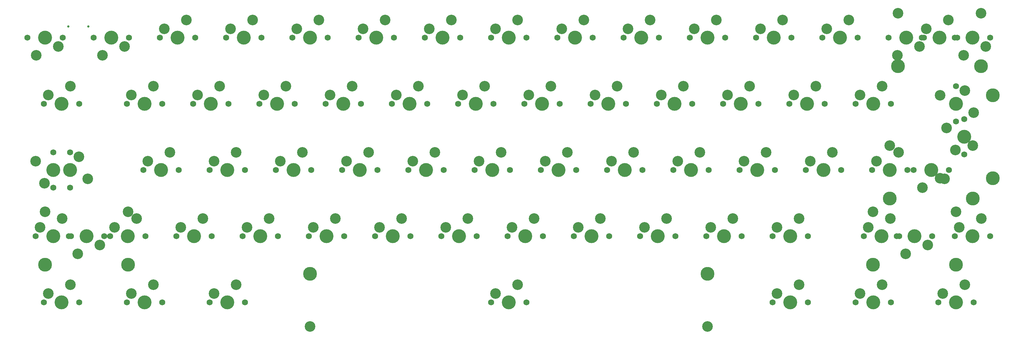
<source format=gbr>
%TF.GenerationSoftware,KiCad,Pcbnew,8.0.4*%
%TF.CreationDate,2024-09-09T16:00:10+08:00*%
%TF.ProjectId,PH60_Rev3,50483630-5f52-4657-9633-2e6b69636164,rev?*%
%TF.SameCoordinates,PX1b40518PY1b40518*%
%TF.FileFunction,NonPlated,1,2,NPTH,Drill*%
%TF.FilePolarity,Positive*%
%FSLAX46Y46*%
G04 Gerber Fmt 4.6, Leading zero omitted, Abs format (unit mm)*
G04 Created by KiCad (PCBNEW 8.0.4) date 2024-09-09 16:00:10*
%MOMM*%
%LPD*%
G01*
G04 APERTURE LIST*
%TA.AperFunction,ComponentDrill*%
%ADD10C,0.650000*%
%TD*%
%TA.AperFunction,ComponentDrill*%
%ADD11C,1.750000*%
%TD*%
%TA.AperFunction,ComponentDrill*%
%ADD12C,3.048000*%
%TD*%
%TA.AperFunction,ComponentDrill*%
%ADD13C,3.050000*%
%TD*%
%TA.AperFunction,ComponentDrill*%
%ADD14C,3.987800*%
%TD*%
%TA.AperFunction,ComponentDrill*%
%ADD15C,4.000000*%
%TD*%
G04 APERTURE END LIST*
D10*
%TO.C,J1*%
X16160000Y-6280000D03*
X21940000Y-6280000D03*
D11*
%TO.C,S1*%
X4445000Y-9525000D03*
%TO.C,S43*%
X6826250Y-66675000D03*
%TO.C,S15*%
X9207500Y-28575000D03*
%TO.C,S57*%
X9207500Y-85725000D03*
%TO.C,S29*%
X11906250Y-42545000D03*
X11906250Y-52705000D03*
%TO.C,S1*%
X14605000Y-9525000D03*
%TO.C,S43*%
X16351250Y-66675000D03*
%TO.C,S29*%
X16668750Y-42545000D03*
X16668750Y-52705000D03*
%TO.C,S43*%
X16986250Y-66675000D03*
%TO.C,S15*%
X19367500Y-28575000D03*
%TO.C,S57*%
X19367500Y-85725000D03*
%TO.C,S2*%
X23495000Y-9525000D03*
%TO.C,S43*%
X26511250Y-66675000D03*
%TO.C,S44*%
X28257500Y-66675000D03*
%TO.C,S16*%
X33020000Y-28575000D03*
%TO.C,S58*%
X33020000Y-85725000D03*
%TO.C,S2*%
X33655000Y-9525000D03*
%TO.C,S30*%
X37782500Y-47625000D03*
%TO.C,S44*%
X38417500Y-66675000D03*
%TO.C,S3*%
X42545000Y-9525000D03*
%TO.C,S16*%
X43180000Y-28575000D03*
%TO.C,S58*%
X43180000Y-85725000D03*
%TO.C,S45*%
X47307500Y-66675000D03*
%TO.C,S30*%
X47942500Y-47625000D03*
%TO.C,S17*%
X52070000Y-28575000D03*
%TO.C,S3*%
X52705000Y-9525000D03*
%TO.C,S31*%
X56832500Y-47625000D03*
%TO.C,S59*%
X56832500Y-85725000D03*
%TO.C,S45*%
X57467500Y-66675000D03*
%TO.C,S4*%
X61595000Y-9525000D03*
%TO.C,S17*%
X62230000Y-28575000D03*
%TO.C,S46*%
X66357500Y-66675000D03*
%TO.C,S31*%
X66992500Y-47625000D03*
%TO.C,S59*%
X66992500Y-85725000D03*
%TO.C,S18*%
X71120000Y-28575000D03*
%TO.C,S4*%
X71755000Y-9525000D03*
%TO.C,S32*%
X75882500Y-47625000D03*
%TO.C,S46*%
X76517500Y-66675000D03*
%TO.C,S5*%
X80645000Y-9525000D03*
%TO.C,S18*%
X81280000Y-28575000D03*
%TO.C,S47*%
X85407500Y-66675000D03*
%TO.C,S32*%
X86042500Y-47625000D03*
%TO.C,S19*%
X90170000Y-28575000D03*
%TO.C,S5*%
X90805000Y-9525000D03*
%TO.C,S33*%
X94932500Y-47625000D03*
%TO.C,S47*%
X95567500Y-66675000D03*
%TO.C,S6*%
X99695000Y-9525000D03*
%TO.C,S19*%
X100330000Y-28575000D03*
%TO.C,S48*%
X104457500Y-66675000D03*
%TO.C,S33*%
X105092500Y-47625000D03*
%TO.C,S20*%
X109220000Y-28575000D03*
%TO.C,S6*%
X109855000Y-9525000D03*
%TO.C,S34*%
X113982500Y-47625000D03*
%TO.C,S48*%
X114617500Y-66675000D03*
%TO.C,S7*%
X118745000Y-9525000D03*
%TO.C,S20*%
X119380000Y-28575000D03*
%TO.C,S49*%
X123507500Y-66675000D03*
%TO.C,S34*%
X124142500Y-47625000D03*
%TO.C,S21*%
X128270000Y-28575000D03*
%TO.C,S7*%
X128905000Y-9525000D03*
%TO.C,S35*%
X133032500Y-47625000D03*
%TO.C,S49*%
X133667500Y-66675000D03*
%TO.C,S8*%
X137795000Y-9525000D03*
%TO.C,S60*%
X137795000Y-85725000D03*
%TO.C,S21*%
X138430000Y-28575000D03*
%TO.C,S50*%
X142557500Y-66675000D03*
%TO.C,S35*%
X143192500Y-47625000D03*
%TO.C,S22*%
X147320000Y-28575000D03*
%TO.C,S8*%
X147955000Y-9525000D03*
%TO.C,S60*%
X147955000Y-85725000D03*
%TO.C,S36*%
X152082500Y-47625000D03*
%TO.C,S50*%
X152717500Y-66675000D03*
%TO.C,S9*%
X156845000Y-9525000D03*
%TO.C,S22*%
X157480000Y-28575000D03*
%TO.C,S51*%
X161607500Y-66675000D03*
%TO.C,S36*%
X162242500Y-47625000D03*
%TO.C,S23*%
X166370000Y-28575000D03*
%TO.C,S9*%
X167005000Y-9525000D03*
%TO.C,S37*%
X171132500Y-47625000D03*
%TO.C,S51*%
X171767500Y-66675000D03*
%TO.C,S10*%
X175895000Y-9525000D03*
%TO.C,S23*%
X176530000Y-28575000D03*
%TO.C,S52*%
X180657500Y-66675000D03*
%TO.C,S37*%
X181292500Y-47625000D03*
%TO.C,S24*%
X185420000Y-28575000D03*
%TO.C,S10*%
X186055000Y-9525000D03*
%TO.C,S38*%
X190182500Y-47625000D03*
%TO.C,S52*%
X190817500Y-66675000D03*
%TO.C,S11*%
X194945000Y-9525000D03*
%TO.C,S24*%
X195580000Y-28575000D03*
%TO.C,S53*%
X199707500Y-66675000D03*
%TO.C,S38*%
X200342500Y-47625000D03*
%TO.C,S25*%
X204470000Y-28575000D03*
%TO.C,S11*%
X205105000Y-9525000D03*
%TO.C,S39*%
X209232500Y-47625000D03*
%TO.C,S53*%
X209867500Y-66675000D03*
%TO.C,S12*%
X213995000Y-9525000D03*
%TO.C,S25*%
X214630000Y-28575000D03*
%TO.C,S54*%
X218757500Y-66675000D03*
%TO.C,S61*%
X218757500Y-85725000D03*
%TO.C,S39*%
X219392500Y-47625000D03*
%TO.C,S26*%
X223520000Y-28575000D03*
%TO.C,S12*%
X224155000Y-9525000D03*
%TO.C,S40*%
X228282500Y-47625000D03*
%TO.C,S54*%
X228917500Y-66675000D03*
%TO.C,S61*%
X228917500Y-85725000D03*
%TO.C,S13*%
X233045000Y-9525000D03*
%TO.C,S26*%
X233680000Y-28575000D03*
%TO.C,S40*%
X238442500Y-47625000D03*
%TO.C,S27*%
X242570000Y-28575000D03*
%TO.C,S62*%
X242570000Y-85725000D03*
%TO.C,S13*%
X243205000Y-9525000D03*
%TO.C,S55*%
X244951250Y-66675000D03*
%TO.C,S41*%
X247332500Y-47625000D03*
%TO.C,S14*%
X252095000Y-9525000D03*
%TO.C,S27*%
X252730000Y-28575000D03*
%TO.C,S62*%
X252730000Y-85725000D03*
%TO.C,S55*%
X254476250Y-66675000D03*
X255111250Y-66675000D03*
%TO.C,S41*%
X257492500Y-47625000D03*
X259238750Y-47625000D03*
%TO.C,S14*%
X261620000Y-9525000D03*
X262255000Y-9525000D03*
%TO.C,S55*%
X264636250Y-66675000D03*
%TO.C,S63*%
X266382500Y-85725000D03*
%TO.C,S41*%
X269398750Y-47625000D03*
%TO.C,S42*%
X271145000Y-9525000D03*
%TO.C,S56*%
X271145000Y-66675000D03*
%TO.C,S28*%
X271462500Y-23495000D03*
X271462500Y-33655000D03*
%TO.C,S14*%
X271780000Y-9525000D03*
%TO.C,S28*%
X273843750Y-33020000D03*
X273843750Y-43180000D03*
%TO.C,S63*%
X276542500Y-85725000D03*
%TO.C,S42*%
X281305000Y-9525000D03*
%TO.C,S56*%
X281305000Y-66675000D03*
D12*
%TO.C,REF\u002A\u002A*%
X9493250Y-59690000D03*
X33369250Y-59690000D03*
X85725000Y-92710000D03*
X200025000Y-92710000D03*
X247618250Y-59690000D03*
X252380750Y-40640000D03*
X254762000Y-2540000D03*
X266858750Y-26162000D03*
X266858750Y-50038000D03*
X271494250Y-59690000D03*
X276256750Y-40640000D03*
X278638000Y-2540000D03*
D13*
%TO.C,S29*%
X6826250Y-45085000D03*
%TO.C,S1*%
X6985000Y-14605000D03*
%TO.C,S43*%
X8096250Y-64135000D03*
%TO.C,S29*%
X9366250Y-51435000D03*
%TO.C,S15*%
X10477500Y-26035000D03*
%TO.C,S57*%
X10477500Y-83185000D03*
%TO.C,S1*%
X13335000Y-12065000D03*
%TO.C,S43*%
X14446250Y-61595000D03*
%TO.C,S15*%
X16827500Y-23495000D03*
%TO.C,S57*%
X16827500Y-80645000D03*
%TO.C,S43*%
X18891250Y-71755000D03*
%TO.C,S29*%
X19208750Y-43815000D03*
X21748750Y-50165000D03*
%TO.C,S43*%
X25241250Y-69215000D03*
%TO.C,S2*%
X26035000Y-14605000D03*
%TO.C,S44*%
X29527500Y-64135000D03*
%TO.C,S2*%
X32385000Y-12065000D03*
%TO.C,S16*%
X34290000Y-26035000D03*
%TO.C,S58*%
X34290000Y-83185000D03*
%TO.C,S44*%
X35877500Y-61595000D03*
%TO.C,S30*%
X39052500Y-45085000D03*
%TO.C,S16*%
X40640000Y-23495000D03*
%TO.C,S58*%
X40640000Y-80645000D03*
%TO.C,S3*%
X43815000Y-6985000D03*
%TO.C,S30*%
X45402500Y-42545000D03*
%TO.C,S45*%
X48577500Y-64135000D03*
%TO.C,S3*%
X50165000Y-4445000D03*
%TO.C,S17*%
X53340000Y-26035000D03*
%TO.C,S45*%
X54927500Y-61595000D03*
%TO.C,S31*%
X58102500Y-45085000D03*
%TO.C,S59*%
X58102500Y-83185000D03*
%TO.C,S17*%
X59690000Y-23495000D03*
%TO.C,S4*%
X62865000Y-6985000D03*
%TO.C,S31*%
X64452500Y-42545000D03*
%TO.C,S59*%
X64452500Y-80645000D03*
%TO.C,S46*%
X67627500Y-64135000D03*
%TO.C,S4*%
X69215000Y-4445000D03*
%TO.C,S18*%
X72390000Y-26035000D03*
%TO.C,S46*%
X73977500Y-61595000D03*
%TO.C,S32*%
X77152500Y-45085000D03*
%TO.C,S18*%
X78740000Y-23495000D03*
%TO.C,S5*%
X81915000Y-6985000D03*
%TO.C,S32*%
X83502500Y-42545000D03*
%TO.C,S47*%
X86677500Y-64135000D03*
%TO.C,S5*%
X88265000Y-4445000D03*
%TO.C,S19*%
X91440000Y-26035000D03*
%TO.C,S47*%
X93027500Y-61595000D03*
%TO.C,S33*%
X96202500Y-45085000D03*
%TO.C,S19*%
X97790000Y-23495000D03*
%TO.C,S6*%
X100965000Y-6985000D03*
%TO.C,S33*%
X102552500Y-42545000D03*
%TO.C,S48*%
X105727500Y-64135000D03*
%TO.C,S6*%
X107315000Y-4445000D03*
%TO.C,S20*%
X110490000Y-26035000D03*
%TO.C,S48*%
X112077500Y-61595000D03*
%TO.C,S34*%
X115252500Y-45085000D03*
%TO.C,S20*%
X116840000Y-23495000D03*
%TO.C,S7*%
X120015000Y-6985000D03*
%TO.C,S34*%
X121602500Y-42545000D03*
%TO.C,S49*%
X124777500Y-64135000D03*
%TO.C,S7*%
X126365000Y-4445000D03*
%TO.C,S21*%
X129540000Y-26035000D03*
%TO.C,S49*%
X131127500Y-61595000D03*
%TO.C,S35*%
X134302500Y-45085000D03*
%TO.C,S21*%
X135890000Y-23495000D03*
%TO.C,S8*%
X139065000Y-6985000D03*
%TO.C,S60*%
X139065000Y-83185000D03*
%TO.C,S35*%
X140652500Y-42545000D03*
%TO.C,S50*%
X143827500Y-64135000D03*
%TO.C,S8*%
X145415000Y-4445000D03*
%TO.C,S60*%
X145415000Y-80645000D03*
%TO.C,S22*%
X148590000Y-26035000D03*
%TO.C,S50*%
X150177500Y-61595000D03*
%TO.C,S36*%
X153352500Y-45085000D03*
%TO.C,S22*%
X154940000Y-23495000D03*
%TO.C,S9*%
X158115000Y-6985000D03*
%TO.C,S36*%
X159702500Y-42545000D03*
%TO.C,S51*%
X162877500Y-64135000D03*
%TO.C,S9*%
X164465000Y-4445000D03*
%TO.C,S23*%
X167640000Y-26035000D03*
%TO.C,S51*%
X169227500Y-61595000D03*
%TO.C,S37*%
X172402500Y-45085000D03*
%TO.C,S23*%
X173990000Y-23495000D03*
%TO.C,S10*%
X177165000Y-6985000D03*
%TO.C,S37*%
X178752500Y-42545000D03*
%TO.C,S52*%
X181927500Y-64135000D03*
%TO.C,S10*%
X183515000Y-4445000D03*
%TO.C,S24*%
X186690000Y-26035000D03*
%TO.C,S52*%
X188277500Y-61595000D03*
%TO.C,S38*%
X191452500Y-45085000D03*
%TO.C,S24*%
X193040000Y-23495000D03*
%TO.C,S11*%
X196215000Y-6985000D03*
%TO.C,S38*%
X197802500Y-42545000D03*
%TO.C,S53*%
X200977500Y-64135000D03*
%TO.C,S11*%
X202565000Y-4445000D03*
%TO.C,S25*%
X205740000Y-26035000D03*
%TO.C,S53*%
X207327500Y-61595000D03*
%TO.C,S39*%
X210502500Y-45085000D03*
%TO.C,S25*%
X212090000Y-23495000D03*
%TO.C,S12*%
X215265000Y-6985000D03*
%TO.C,S39*%
X216852500Y-42545000D03*
%TO.C,S54*%
X220027500Y-64135000D03*
%TO.C,S61*%
X220027500Y-83185000D03*
%TO.C,S12*%
X221615000Y-4445000D03*
%TO.C,S26*%
X224790000Y-26035000D03*
%TO.C,S54*%
X226377500Y-61595000D03*
%TO.C,S61*%
X226377500Y-80645000D03*
%TO.C,S40*%
X229552500Y-45085000D03*
%TO.C,S26*%
X231140000Y-23495000D03*
%TO.C,S13*%
X234315000Y-6985000D03*
%TO.C,S40*%
X235902500Y-42545000D03*
%TO.C,S13*%
X240665000Y-4445000D03*
%TO.C,S27*%
X243840000Y-26035000D03*
%TO.C,S62*%
X243840000Y-83185000D03*
%TO.C,S55*%
X246221250Y-64135000D03*
%TO.C,S41*%
X248602500Y-45085000D03*
%TO.C,S27*%
X250190000Y-23495000D03*
%TO.C,S62*%
X250190000Y-80645000D03*
%TO.C,S55*%
X252571250Y-61595000D03*
%TO.C,S14*%
X254635000Y-14605000D03*
%TO.C,S41*%
X254952500Y-42545000D03*
%TO.C,S55*%
X257016250Y-71755000D03*
%TO.C,S14*%
X260985000Y-12065000D03*
%TO.C,S41*%
X261778750Y-52705000D03*
%TO.C,S14*%
X262890000Y-6985000D03*
%TO.C,S55*%
X263366250Y-69215000D03*
%TO.C,S63*%
X267652500Y-83185000D03*
%TO.C,S41*%
X268128750Y-50165000D03*
%TO.C,S28*%
X268763750Y-35560000D03*
%TO.C,S14*%
X269240000Y-4445000D03*
%TO.C,S28*%
X271303750Y-41910000D03*
%TO.C,S56*%
X272415000Y-64135000D03*
%TO.C,S42*%
X273685000Y-14605000D03*
%TO.C,S28*%
X274002500Y-24765000D03*
%TO.C,S63*%
X274002500Y-80645000D03*
%TO.C,S28*%
X276542500Y-31115000D03*
%TO.C,S56*%
X278765000Y-61595000D03*
%TO.C,S42*%
X280035000Y-12065000D03*
D14*
%TO.C,REF\u002A\u002A*%
X9493250Y-74900000D03*
X33369250Y-74900000D03*
X85725000Y-77500000D03*
X200025000Y-77500000D03*
X247618250Y-74900000D03*
X252380750Y-55850000D03*
X254762000Y-17750000D03*
X271494250Y-74900000D03*
X276256750Y-55850000D03*
X278638000Y-17750000D03*
X282068750Y-26162000D03*
X282068750Y-50038000D03*
D15*
%TO.C,S1*%
X9525000Y-9525000D03*
%TO.C,S29*%
X11906250Y-47625000D03*
%TO.C,S43*%
X11906250Y-66675000D03*
%TO.C,S15*%
X14287500Y-28575000D03*
%TO.C,S57*%
X14287500Y-85725000D03*
%TO.C,S29*%
X16668750Y-47625000D03*
%TO.C,S43*%
X21431250Y-66675000D03*
%TO.C,S2*%
X28575000Y-9525000D03*
%TO.C,S44*%
X33337500Y-66675000D03*
%TO.C,S16*%
X38100000Y-28575000D03*
%TO.C,S58*%
X38100000Y-85725000D03*
%TO.C,S30*%
X42862500Y-47625000D03*
%TO.C,S3*%
X47625000Y-9525000D03*
%TO.C,S45*%
X52387500Y-66675000D03*
%TO.C,S17*%
X57150000Y-28575000D03*
%TO.C,S31*%
X61912500Y-47625000D03*
%TO.C,S59*%
X61912500Y-85725000D03*
%TO.C,S4*%
X66675000Y-9525000D03*
%TO.C,S46*%
X71437500Y-66675000D03*
%TO.C,S18*%
X76200000Y-28575000D03*
%TO.C,S32*%
X80962500Y-47625000D03*
%TO.C,S5*%
X85725000Y-9525000D03*
%TO.C,S47*%
X90487500Y-66675000D03*
%TO.C,S19*%
X95250000Y-28575000D03*
%TO.C,S33*%
X100012500Y-47625000D03*
%TO.C,S6*%
X104775000Y-9525000D03*
%TO.C,S48*%
X109537500Y-66675000D03*
%TO.C,S20*%
X114300000Y-28575000D03*
%TO.C,S34*%
X119062500Y-47625000D03*
%TO.C,S7*%
X123825000Y-9525000D03*
%TO.C,S49*%
X128587500Y-66675000D03*
%TO.C,S21*%
X133350000Y-28575000D03*
%TO.C,S35*%
X138112500Y-47625000D03*
%TO.C,S8*%
X142875000Y-9525000D03*
%TO.C,S60*%
X142875000Y-85725000D03*
%TO.C,S50*%
X147637500Y-66675000D03*
%TO.C,S22*%
X152400000Y-28575000D03*
%TO.C,S36*%
X157162500Y-47625000D03*
%TO.C,S9*%
X161925000Y-9525000D03*
%TO.C,S51*%
X166687500Y-66675000D03*
%TO.C,S23*%
X171450000Y-28575000D03*
%TO.C,S37*%
X176212500Y-47625000D03*
%TO.C,S10*%
X180975000Y-9525000D03*
%TO.C,S52*%
X185737500Y-66675000D03*
%TO.C,S24*%
X190500000Y-28575000D03*
%TO.C,S38*%
X195262500Y-47625000D03*
%TO.C,S11*%
X200025000Y-9525000D03*
%TO.C,S53*%
X204787500Y-66675000D03*
%TO.C,S25*%
X209550000Y-28575000D03*
%TO.C,S39*%
X214312500Y-47625000D03*
%TO.C,S12*%
X219075000Y-9525000D03*
%TO.C,S54*%
X223837500Y-66675000D03*
%TO.C,S61*%
X223837500Y-85725000D03*
%TO.C,S26*%
X228600000Y-28575000D03*
%TO.C,S40*%
X233362500Y-47625000D03*
%TO.C,S13*%
X238125000Y-9525000D03*
%TO.C,S27*%
X247650000Y-28575000D03*
%TO.C,S62*%
X247650000Y-85725000D03*
%TO.C,S55*%
X250031250Y-66675000D03*
%TO.C,S41*%
X252412500Y-47625000D03*
%TO.C,S14*%
X257175000Y-9525000D03*
%TO.C,S55*%
X259556250Y-66675000D03*
%TO.C,S41*%
X264318750Y-47625000D03*
%TO.C,S14*%
X266700000Y-9525000D03*
%TO.C,S28*%
X271462500Y-28575000D03*
%TO.C,S63*%
X271462500Y-85725000D03*
%TO.C,S28*%
X273843750Y-38100000D03*
%TO.C,S42*%
X276225000Y-9525000D03*
%TO.C,S56*%
X276225000Y-66675000D03*
M02*

</source>
